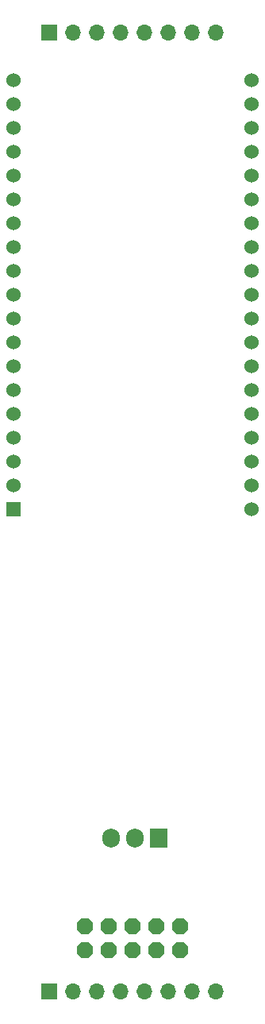
<source format=gbr>
%TF.GenerationSoftware,KiCad,Pcbnew,(6.0.10-0)*%
%TF.CreationDate,2023-01-30T15:13:09+10:30*%
%TF.ProjectId,BLE_Module,424c455f-4d6f-4647-956c-652e6b696361,rev?*%
%TF.SameCoordinates,Original*%
%TF.FileFunction,Soldermask,Bot*%
%TF.FilePolarity,Negative*%
%FSLAX46Y46*%
G04 Gerber Fmt 4.6, Leading zero omitted, Abs format (unit mm)*
G04 Created by KiCad (PCBNEW (6.0.10-0)) date 2023-01-30 15:13:09*
%MOMM*%
%LPD*%
G01*
G04 APERTURE LIST*
G04 Aperture macros list*
%AMFreePoly0*
4,1,25,0.375350,0.844196,0.387473,0.833842,0.833842,0.387473,0.862349,0.331525,0.863600,0.315631,0.863600,-0.315631,0.844196,-0.375350,0.833842,-0.387473,0.387473,-0.833842,0.331525,-0.862349,0.315631,-0.863600,-0.315631,-0.863600,-0.375350,-0.844196,-0.387473,-0.833842,-0.833842,-0.387473,-0.862349,-0.331525,-0.863600,-0.315631,-0.863600,0.315631,-0.844196,0.375350,-0.833842,0.387473,
-0.387473,0.833842,-0.331525,0.862349,-0.315631,0.863600,0.315631,0.863600,0.375350,0.844196,0.375350,0.844196,$1*%
G04 Aperture macros list end*
%ADD10R,1.700000X1.700000*%
%ADD11O,1.700000X1.700000*%
%ADD12R,1.530000X1.530000*%
%ADD13C,1.530000*%
%ADD14FreePoly0,180.000000*%
%ADD15R,1.905000X2.000000*%
%ADD16O,1.905000X2.000000*%
G04 APERTURE END LIST*
D10*
%TO.C,J1*%
X8270000Y-1880000D03*
D11*
X10810000Y-1880000D03*
X13350000Y-1880000D03*
X15890000Y-1880000D03*
X18430000Y-1880000D03*
X20970000Y-1880000D03*
X23510000Y-1880000D03*
X26050000Y-1880000D03*
%TD*%
D10*
%TO.C,J2*%
X8270000Y-104115000D03*
D11*
X10810000Y-104115000D03*
X13350000Y-104115000D03*
X15890000Y-104115000D03*
X18430000Y-104115000D03*
X20970000Y-104115000D03*
X23510000Y-104115000D03*
X26050000Y-104115000D03*
%TD*%
D12*
%TO.C,U1*%
X4445000Y-52695000D03*
D13*
X4445000Y-50155000D03*
X4445000Y-47615000D03*
X4445000Y-45075000D03*
X4445000Y-42535000D03*
X4445000Y-39995000D03*
X4445000Y-37455000D03*
X4445000Y-34915000D03*
X4445000Y-32375000D03*
X4445000Y-29835000D03*
X4445000Y-27295000D03*
X4445000Y-24755000D03*
X4445000Y-22215000D03*
X4445000Y-19675000D03*
X4445000Y-17135000D03*
X4445000Y-14595000D03*
X4445000Y-12055000D03*
X4445000Y-9515000D03*
X4445000Y-6975000D03*
X29845000Y-6975000D03*
X29845000Y-9515000D03*
X29845000Y-12055000D03*
X29845000Y-14595000D03*
X29845000Y-17135000D03*
X29845000Y-19675000D03*
X29845000Y-22215000D03*
X29845000Y-24755000D03*
X29845000Y-27295000D03*
X29845000Y-29835000D03*
X29845000Y-32375000D03*
X29845000Y-34915000D03*
X29845000Y-37455000D03*
X29845000Y-39995000D03*
X29845000Y-42535000D03*
X29845000Y-45075000D03*
X29845000Y-47615000D03*
X29845000Y-50155000D03*
X29845000Y-52695000D03*
%TD*%
D14*
%TO.C,CON1*%
X22225000Y-99695000D03*
X22225000Y-97155000D03*
X19685000Y-99695000D03*
X19685000Y-97155000D03*
X17145000Y-99695000D03*
X17145000Y-97155000D03*
X14605000Y-99695000D03*
X14605000Y-97155000D03*
X12065000Y-99695000D03*
X12065000Y-97155000D03*
%TD*%
D15*
%TO.C,U5*%
X19955000Y-87760000D03*
D16*
X17415000Y-87760000D03*
X14875000Y-87760000D03*
%TD*%
M02*

</source>
